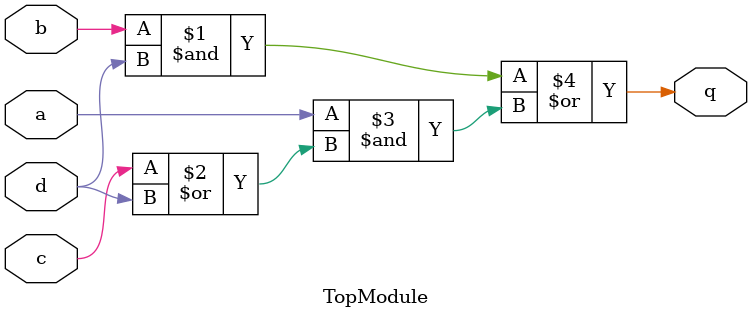
<source format=sv>
module TopModule (
    input logic a,
    input logic b,
    input logic c,
    input logic d,
    output logic q
);

assign q = (b & d) | (a & (c | d));

endmodule
</source>
